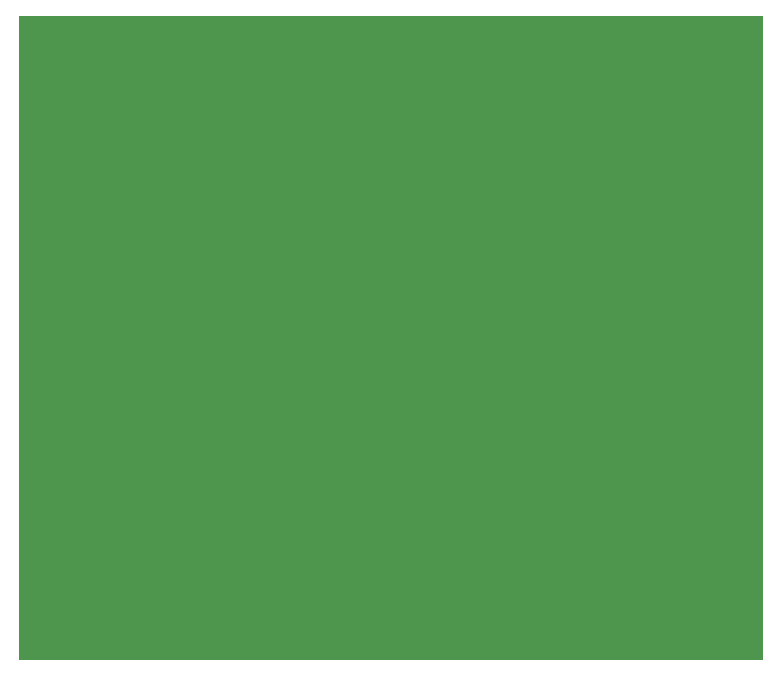
<source format=gbl>
G04 PiDoors HAT v2.0 - Bottom Copper Layer*
G04 Generated: 2026-01-10*
G04 Board Size: 65mm x 56.5mm*
%FSLAX46Y46*%
%MOIN*%
%TF.GenerationSoftware,PiDoors,PCBGenerator,2.0*%
%TF.SameCoordinates,Original*%
%TF.FileFunction,Copper,L2,Bot*%
%TF.FilePolarity,Positive*%
G04 Aperture Definitions*
%ADD10C,0.006*%
%ADD11C,0.010*%
%ADD12C,0.020*%
%ADD13R,0.067X0.067*%
%ADD14O,0.067X0.067*%
%ADD18C,0.039*%
G04*
G04 Ground Plane Zone*
G04 Fill area: (1mm,1mm) to (64mm,55.5mm)*
G04 Thermal relief connections to GND pads*
G04*
G36*
X039370Y039370D02*
G01*
X2519685Y039370D01*
X2519685Y2185039D01*
X039370Y2185039D01*
X039370Y039370D01*
G37*
G04*
G04 Ground Plane Clearances (negative polarity areas)*
G04 These are thermal relief cutouts around GND pads*
G04*
G04 Power Traces on Bottom Layer*
D12*
X551181Y393701D02*
X2047244Y1003937D01*
G04 +12V_FUSED routing to relay via*
X393701Y944882D02*
X2047244Y1003937D01*
G04 Alternative +12V_FUSED path*
G04*
G04 Signal Traces on Bottom Layer*
D10*
X630315Y1163780D02*
X1862205Y1728385D01*
G04 GPIO14_TX to U3 MAX13487E*
X730315Y1163780D02*
X1862205Y1578346D01*
G04 GPIO15_RX to U3 MAX13487E*
X829724Y1163780D02*
X425197Y1377953D01*
G04 GPIO18_RELAY to R5 base resistor*
X929724Y1065276D02*
X2362205Y1553543D01*
G04 GPIO27_DOOR to U5 optocoupler*
G04*
G04 GND Ring Traces*
D12*
X551181Y393701D02*
X551181Y2086614D01*
G04 Left side GND*
X1791339Y393701D02*
X1791339Y2086614D01*
G04 Right side GND*
X551181Y2086614D02*
X1791339Y2086614D01*
G04 Bottom GND*
X551181Y393701D02*
X1791339Y393701D01*
G04 Top GND*
G04*
G04 Vias (connections from F.Cu)*
D18*
X2047244Y1003937D03*
G04 Via: +12V_FUSED*
X630315Y1163780D03*
G04 Via: GPIO14_TX*
X730315Y1163780D03*
G04 Via: GPIO15_RX*
X829724Y1163780D03*
G04 Via: GPIO18_RELAY*
X929724Y1065276D03*
G04 Via: GPIO27_DOOR*
X2173228Y708661D03*
G04 Via: +5V power*
G04*
M02*

</source>
